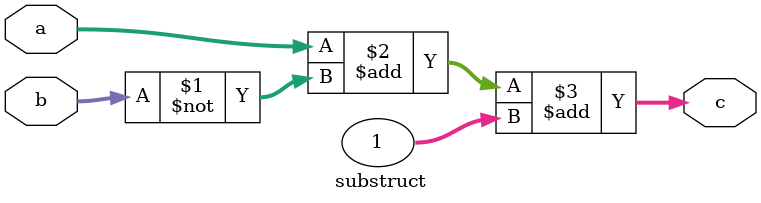
<source format=v>
module substruct (input [31:0] a,b,
								  output [31:0] c);
assign c=a+~b+1;
endmodule
</source>
